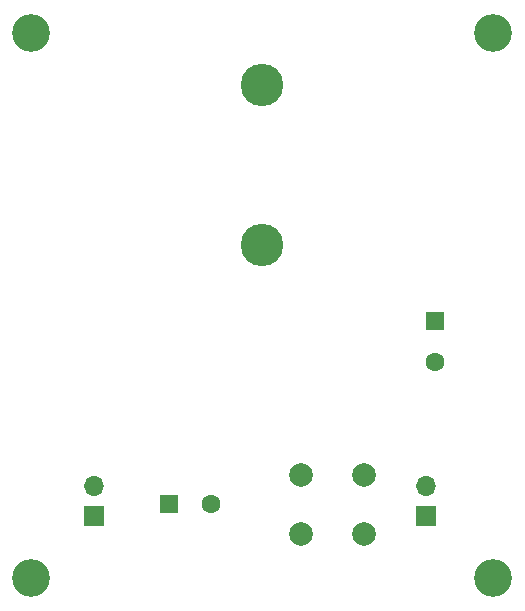
<source format=gbr>
%TF.GenerationSoftware,KiCad,Pcbnew,(6.0.1)*%
%TF.CreationDate,2022-03-29T16:10:18-05:00*%
%TF.ProjectId,buck_board,6275636b-5f62-46f6-9172-642e6b696361,rev?*%
%TF.SameCoordinates,Original*%
%TF.FileFunction,Soldermask,Bot*%
%TF.FilePolarity,Negative*%
%FSLAX46Y46*%
G04 Gerber Fmt 4.6, Leading zero omitted, Abs format (unit mm)*
G04 Created by KiCad (PCBNEW (6.0.1)) date 2022-03-29 16:10:18*
%MOMM*%
%LPD*%
G01*
G04 APERTURE LIST*
%ADD10C,2.000000*%
%ADD11C,3.600000*%
%ADD12O,1.700000X1.700000*%
%ADD13R,1.700000X1.700000*%
%ADD14C,3.200000*%
%ADD15R,1.600000X1.600000*%
%ADD16C,1.600000*%
G04 APERTURE END LIST*
D10*
%TO.C,TP4*%
X77851000Y-86741000D03*
%TD*%
%TO.C,TP3*%
X83185000Y-86741000D03*
%TD*%
%TO.C,TP2*%
X83185000Y-81783000D03*
%TD*%
%TO.C,TP1*%
X77851000Y-81783000D03*
%TD*%
D11*
%TO.C,L1*%
X74549000Y-62244000D03*
X74549000Y-48744000D03*
%TD*%
D12*
%TO.C,J2*%
X88392000Y-82677000D03*
D13*
X88392000Y-85217000D03*
%TD*%
D12*
%TO.C,J1*%
X60325000Y-82677000D03*
D13*
X60325000Y-85217000D03*
%TD*%
D14*
%TO.C,H4*%
X94107000Y-44323000D03*
%TD*%
%TO.C,H3*%
X94107000Y-90424000D03*
%TD*%
%TO.C,H2*%
X54991000Y-90424000D03*
%TD*%
%TO.C,H1*%
X54991000Y-44323000D03*
%TD*%
D15*
%TO.C,C2*%
X89154000Y-68705349D03*
D16*
X89154000Y-72205349D03*
%TD*%
D15*
%TO.C,C1*%
X66673349Y-84196000D03*
D16*
X70173349Y-84196000D03*
%TD*%
M02*

</source>
